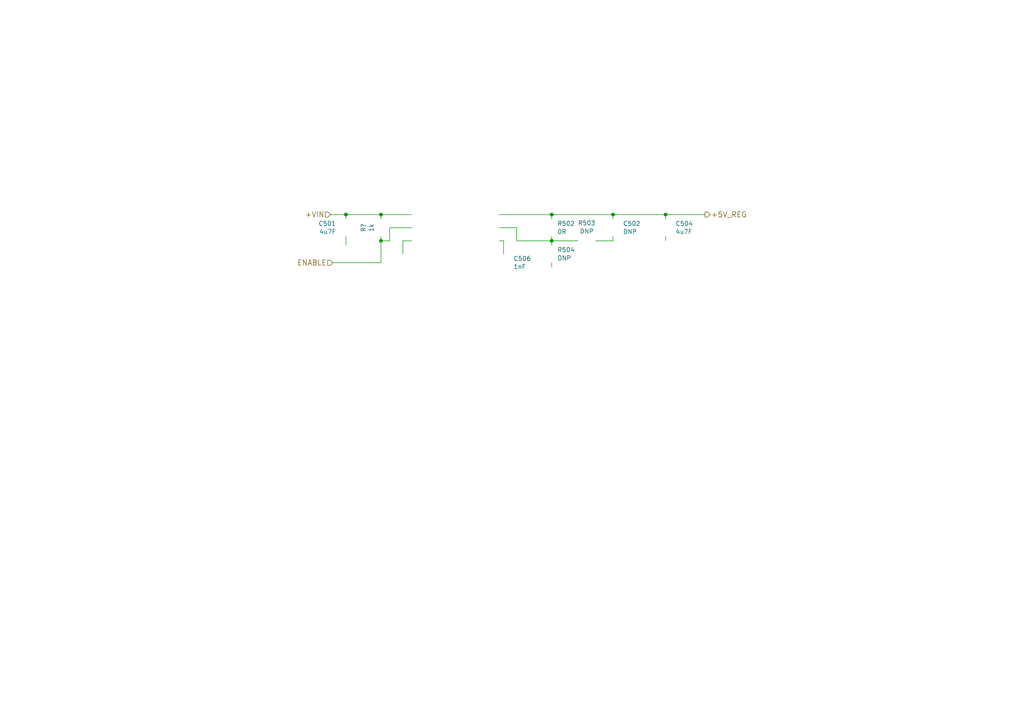
<source format=kicad_sch>
(kicad_sch
	(version 20250114)
	(generator "eeschema")
	(generator_version "9.0")
	(uuid "c3202859-b5af-44cb-9a92-98fc7698ea50")
	(paper "A4")
	(title_block
		(title "LZ 8 Channel Amplifier")
		(date "2017-09-10")
		(rev "5")
		(company "UC Davis / Seth Hillbrand")
	)
	(lib_symbols)
	(junction
		(at 177.8 62.23)
		(diameter 0)
		(color 0 0 0 0)
		(uuid "07c41a60-c98e-4600-9f16-04f11b5f1704")
	)
	(junction
		(at 160.02 62.23)
		(diameter 0)
		(color 0 0 0 0)
		(uuid "0f69916a-0a1a-44ee-88de-5ca149898910")
	)
	(junction
		(at 110.49 62.23)
		(diameter 0)
		(color 0 0 0 0)
		(uuid "222861a7-69c2-463e-b564-16e94b791955")
	)
	(junction
		(at 193.04 62.23)
		(diameter 0)
		(color 0 0 0 0)
		(uuid "31371dc8-4a94-4894-a0b9-e29d7106dff6")
	)
	(junction
		(at 110.49 69.85)
		(diameter 0)
		(color 0 0 0 0)
		(uuid "65b02076-4184-4f9f-9165-59d58f50afa2")
	)
	(junction
		(at 100.33 62.23)
		(diameter 0)
		(color 0 0 0 0)
		(uuid "7cf1bd14-8e16-4e4b-898c-c6595d19aca9")
	)
	(junction
		(at 160.02 69.85)
		(diameter 0)
		(color 0 0 0 0)
		(uuid "a0661fbf-1a7f-4d64-b0bd-ba41441e5be3")
	)
	(wire
		(pts
			(xy 177.8 62.23) (xy 193.04 62.23)
		)
		(stroke
			(width 0)
			(type default)
		)
		(uuid "09305340-001b-49de-a39c-058ab7476487")
	)
	(wire
		(pts
			(xy 149.86 69.85) (xy 149.86 66.04)
		)
		(stroke
			(width 0)
			(type default)
		)
		(uuid "094205bd-e357-4762-a6b2-345d90f1289f")
	)
	(wire
		(pts
			(xy 160.02 69.85) (xy 160.02 71.12)
		)
		(stroke
			(width 0)
			(type default)
		)
		(uuid "0a0582b9-069c-4002-a550-8548f9e72477")
	)
	(wire
		(pts
			(xy 95.885 62.23) (xy 100.33 62.23)
		)
		(stroke
			(width 0)
			(type default)
		)
		(uuid "0cf04697-6c24-4048-afbf-c43c00294cf1")
	)
	(wire
		(pts
			(xy 160.02 68.58) (xy 160.02 69.85)
		)
		(stroke
			(width 0)
			(type default)
		)
		(uuid "131f6e5d-d563-45ac-b0ec-79e7eb8cccf7")
	)
	(wire
		(pts
			(xy 110.49 62.23) (xy 119.38 62.23)
		)
		(stroke
			(width 0)
			(type default)
		)
		(uuid "1b21427c-f65d-4249-bc0d-b83e860331f5")
	)
	(wire
		(pts
			(xy 160.02 62.23) (xy 177.8 62.23)
		)
		(stroke
			(width 0)
			(type default)
		)
		(uuid "25c66e79-b63b-40eb-a38e-45af833cd9fa")
	)
	(wire
		(pts
			(xy 160.02 63.5) (xy 160.02 62.23)
		)
		(stroke
			(width 0)
			(type default)
		)
		(uuid "2ce09344-138d-4ef2-bcbf-2874814b469c")
	)
	(wire
		(pts
			(xy 149.86 69.85) (xy 160.02 69.85)
		)
		(stroke
			(width 0)
			(type default)
		)
		(uuid "31e2f44d-5282-4781-bb0f-506179c08c79")
	)
	(wire
		(pts
			(xy 110.49 76.2) (xy 96.52 76.2)
		)
		(stroke
			(width 0)
			(type default)
		)
		(uuid "33b5baea-c804-41c2-bc79-1caaeae34bfc")
	)
	(wire
		(pts
			(xy 144.78 62.23) (xy 160.02 62.23)
		)
		(stroke
			(width 0)
			(type default)
		)
		(uuid "33c965ba-77b3-419e-85a0-22ad4ab3d3fd")
	)
	(wire
		(pts
			(xy 160.02 77.47) (xy 160.02 76.2)
		)
		(stroke
			(width 0)
			(type default)
		)
		(uuid "3f7da336-37f5-4237-ac27-e1a24350b08b")
	)
	(wire
		(pts
			(xy 113.03 66.04) (xy 119.38 66.04)
		)
		(stroke
			(width 0)
			(type default)
		)
		(uuid "4c1f17fa-f7bf-4642-9d6f-84e914659173")
	)
	(wire
		(pts
			(xy 100.33 68.58) (xy 100.33 71.12)
		)
		(stroke
			(width 0)
			(type default)
		)
		(uuid "53a875bf-3243-457a-9e2d-4db8087030ab")
	)
	(wire
		(pts
			(xy 146.05 69.85) (xy 144.78 69.85)
		)
		(stroke
			(width 0)
			(type default)
		)
		(uuid "5d8beb8c-cee1-45bb-9592-753236fd5d50")
	)
	(wire
		(pts
			(xy 146.05 73.66) (xy 146.05 69.85)
		)
		(stroke
			(width 0)
			(type default)
		)
		(uuid "61e23895-02d8-4bbe-8a11-addc381d7218")
	)
	(wire
		(pts
			(xy 110.49 69.85) (xy 110.49 76.2)
		)
		(stroke
			(width 0)
			(type default)
		)
		(uuid "63d9c94a-067e-46e2-8ab9-dd19a1343949")
	)
	(wire
		(pts
			(xy 172.72 69.85) (xy 177.8 69.85)
		)
		(stroke
			(width 0)
			(type default)
		)
		(uuid "686e2bc9-9338-44f9-bba7-032c8c0d21ea")
	)
	(wire
		(pts
			(xy 160.02 69.85) (xy 167.64 69.85)
		)
		(stroke
			(width 0)
			(type default)
		)
		(uuid "68faa6a5-ded6-47b0-94a7-7b248b527ac0")
	)
	(wire
		(pts
			(xy 149.86 66.04) (xy 144.78 66.04)
		)
		(stroke
			(width 0)
			(type default)
		)
		(uuid "8312a75e-65ec-41be-8d63-6936479096b5")
	)
	(wire
		(pts
			(xy 113.03 69.85) (xy 113.03 66.04)
		)
		(stroke
			(width 0)
			(type default)
		)
		(uuid "9792cf19-1f33-47ab-9514-e722dc01a92f")
	)
	(wire
		(pts
			(xy 100.33 62.23) (xy 110.49 62.23)
		)
		(stroke
			(width 0)
			(type default)
		)
		(uuid "aba20893-241c-429d-91db-bcedeecdd4ef")
	)
	(wire
		(pts
			(xy 177.8 62.23) (xy 177.8 63.5)
		)
		(stroke
			(width 0)
			(type default)
		)
		(uuid "b58451b6-3c58-4899-8772-10180be73a74")
	)
	(wire
		(pts
			(xy 116.84 69.85) (xy 119.38 69.85)
		)
		(stroke
			(width 0)
			(type default)
		)
		(uuid "b87aaef7-7563-4401-83ce-f72f7dedaf4a")
	)
	(wire
		(pts
			(xy 110.49 68.58) (xy 110.49 69.85)
		)
		(stroke
			(width 0)
			(type default)
		)
		(uuid "bb9a2b0c-fd0c-487b-96ab-e9d01da36766")
	)
	(wire
		(pts
			(xy 100.33 63.5) (xy 100.33 62.23)
		)
		(stroke
			(width 0)
			(type default)
		)
		(uuid "c1b73290-6c46-4972-bfa9-fac3755e82b8")
	)
	(wire
		(pts
			(xy 193.04 68.58) (xy 193.04 69.85)
		)
		(stroke
			(width 0)
			(type default)
		)
		(uuid "d4c99e94-3bf4-4ab5-91b7-76e0c9273127")
	)
	(wire
		(pts
			(xy 110.49 69.85) (xy 113.03 69.85)
		)
		(stroke
			(width 0)
			(type default)
		)
		(uuid "e935bfde-d3a2-47a3-b904-0ad32eae3378")
	)
	(wire
		(pts
			(xy 193.04 63.5) (xy 193.04 62.23)
		)
		(stroke
			(width 0)
			(type default)
		)
		(uuid "f269cf57-9c14-4672-9509-04155a76ea49")
	)
	(wire
		(pts
			(xy 110.49 63.5) (xy 110.49 62.23)
		)
		(stroke
			(width 0)
			(type default)
		)
		(uuid "f5a0e661-bfff-4433-a97e-736c3f408fee")
	)
	(wire
		(pts
			(xy 193.04 62.23) (xy 204.47 62.23)
		)
		(stroke
			(width 0)
			(type default)
		)
		(uuid "f8e7bef2-c4fe-4e5e-b865-7ba3e47ac52c")
	)
	(wire
		(pts
			(xy 116.84 69.85) (xy 116.84 73.66)
		)
		(stroke
			(width 0)
			(type default)
		)
		(uuid "f91c3041-aa33-4914-b25e-6c5ce9cb26bc")
	)
	(wire
		(pts
			(xy 177.8 69.85) (xy 177.8 68.58)
		)
		(stroke
			(width 0)
			(type default)
		)
		(uuid "fabac07d-d492-4cca-8ad4-a00f90f9c3bf")
	)
	(hierarchical_label "+5V_REG"
		(shape output)
		(at 204.47 62.23 0)
		(effects
			(font
				(size 1.524 1.524)
			)
			(justify left)
		)
		(uuid "3a91c803-4880-4408-a9fa-f772c9f24dba")
	)
	(hierarchical_label "+VIN"
		(shape input)
		(at 95.885 62.23 180)
		(effects
			(font
				(size 1.524 1.524)
			)
			(justify right)
		)
		(uuid "87ca8d32-2ff3-4f68-ae06-7d9c2a6f9f47")
	)
	(hierarchical_label "ENABLE"
		(shape input)
		(at 96.52 76.2 180)
		(effects
			(font
				(size 1.524 1.524)
			)
			(justify right)
		)
		(uuid "a90fa00d-1b69-41ab-a2f3-d08c61ef5c48")
	)
	(symbol
		(lib_id "power1:(GND)")
		(at 116.84 73.66 0)
		(unit 1)
		(exclude_from_sim no)
		(in_bom yes)
		(on_board yes)
		(dnp no)
		(uuid "00000000-0000-0000-0000-0000578455a3")
		(property "Reference" "#PWR034"
			(at 116.84 73.66 0)
			(effects
				(font
					(size 0.762 0.762)
				)
				(hide yes)
			)
		)
		(property "Value" "(GND)"
			(at 116.84 73.66 0)
			(effects
				(font
					(size 0.762 0.762)
				)
				(hide yes)
			)
		)
		(property "Footprint" ""
			(at 116.84 73.66 0)
			(effects
				(font
					(size 1.524 1.524)
				)
			)
		)
		(property "Datasheet" ""
			(at 116.84 73.66 0)
			(effects
				(font
					(size 1.524 1.524)
				)
			)
		)
		(property "Description" ""
			(at 116.84 73.66 0)
			(effects
				(font
					(size 1.27 1.27)
				)
			)
		)
		(instances
			(project ""
				(path "/f89efb00-3378-4f88-9ec9-2a1aa21f73ef/00000000-0000-0000-0000-000057c01ceb/00000000-0000-0000-0000-000057c042d3"
					(reference "#PWR034")
					(unit 1)
				)
				(path "/f89efb00-3378-4f88-9ec9-2a1aa21f73ef/00000000-0000-0000-0000-000057e99ccf/00000000-0000-0000-0000-000057c042d3"
					(reference "#PWR074")
					(unit 1)
				)
				(path "/f89efb00-3378-4f88-9ec9-2a1aa21f73ef/00000000-0000-0000-0000-000057e9a2f9/00000000-0000-0000-0000-000057c042d3"
					(reference "#PWR0114")
					(unit 1)
				)
				(path "/f89efb00-3378-4f88-9ec9-2a1aa21f73ef/00000000-0000-0000-0000-000057e9a2ff/00000000-0000-0000-0000-000057c042d3"
					(reference "#PWR0154")
					(unit 1)
				)
				(path "/f89efb00-3378-4f88-9ec9-2a1aa21f73ef/00000000-0000-0000-0000-000057e9b5b0/00000000-0000-0000-0000-000057c042d3"
					(reference "#PWR0194")
					(unit 1)
				)
				(path "/f89efb00-3378-4f88-9ec9-2a1aa21f73ef/00000000-0000-0000-0000-000057e9b5b6/00000000-0000-0000-0000-000057c042d3"
					(reference "#PWR0234")
					(unit 1)
				)
				(path "/f89efb00-3378-4f88-9ec9-2a1aa21f73ef/00000000-0000-0000-0000-000057e9b5bc/00000000-0000-0000-0000-000057c042d3"
					(reference "#PWR0274")
					(unit 1)
				)
				(path "/f89efb00-3378-4f88-9ec9-2a1aa21f73ef/00000000-0000-0000-0000-000057e9b5c2/00000000-0000-0000-0000-000057c042d3"
					(reference "#PWR0314")
					(unit 1)
				)
			)
		)
	)
	(symbol
		(lib_id "power1:VGND")
		(at 100.33 71.12 0)
		(unit 1)
		(exclude_from_sim no)
		(in_bom yes)
		(on_board yes)
		(dnp no)
		(uuid "00000000-0000-0000-0000-000057b3e573")
		(property "Reference" "#PWR035"
			(at 100.33 71.12 0)
			(effects
				(font
					(size 0.762 0.762)
				)
				(hide yes)
			)
		)
		(property "Value" "VGND"
			(at 100.33 71.12 0)
			(effects
				(font
					(size 0.762 0.762)
				)
				(hide yes)
			)
		)
		(property "Footprint" ""
			(at 100.33 71.12 0)
			(effects
				(font
					(size 1.524 1.524)
				)
			)
		)
		(property "Datasheet" ""
			(at 100.33 71.12 0)
			(effects
				(font
					(size 1.524 1.524)
				)
			)
		)
		(property "Description" ""
			(at 100.33 71.12 0)
			(effects
				(font
					(size 1.27 1.27)
				)
			)
		)
		(instances
			(project ""
				(path "/f89efb00-3378-4f88-9ec9-2a1aa21f73ef/00000000-0000-0000-0000-000057c01ceb/00000000-0000-0000-0000-000057c042d3"
					(reference "#PWR035")
					(unit 1)
				)
				(path "/f89efb00-3378-4f88-9ec9-2a1aa21f73ef/00000000-0000-0000-0000-000057e99ccf/00000000-0000-0000-0000-000057c042d3"
					(reference "#PWR075")
					(unit 1)
				)
				(path "/f89efb00-3378-4f88-9ec9-2a1aa21f73ef/00000000-0000-0000-0000-000057e9a2f9/00000000-0000-0000-0000-000057c042d3"
					(reference "#PWR0115")
					(unit 1)
				)
				(path "/f89efb00-3378-4f88-9ec9-2a1aa21f73ef/00000000-0000-0000-0000-000057e9a2ff/00000000-0000-0000-0000-000057c042d3"
					(reference "#PWR0155")
					(unit 1)
				)
				(path "/f89efb00-3378-4f88-9ec9-2a1aa21f73ef/00000000-0000-0000-0000-000057e9b5b0/00000000-0000-0000-0000-000057c042d3"
					(reference "#PWR0195")
					(unit 1)
				)
				(path "/f89efb00-3378-4f88-9ec9-2a1aa21f73ef/00000000-0000-0000-0000-000057e9b5b6/00000000-0000-0000-0000-000057c042d3"
					(reference "#PWR0235")
					(unit 1)
				)
				(path "/f89efb00-3378-4f88-9ec9-2a1aa21f73ef/00000000-0000-0000-0000-000057e9b5bc/00000000-0000-0000-0000-000057c042d3"
					(reference "#PWR0275")
					(unit 1)
				)
				(path "/f89efb00-3378-4f88-9ec9-2a1aa21f73ef/00000000-0000-0000-0000-000057e9b5c2/00000000-0000-0000-0000-000057c042d3"
					(reference "#PWR0315")
					(unit 1)
				)
			)
		)
	)
	(symbol
		(lib_id "_passive:C")
		(at 100.33 66.04 0)
		(mirror y)
		(unit 1)
		(exclude_from_sim no)
		(in_bom yes)
		(on_board yes)
		(dnp no)
		(uuid "00000000-0000-0000-0000-000057f3a660")
		(property "Reference" "C501"
			(at 97.4598 64.8462 0)
			(effects
				(font
					(size 1.27 1.27)
				)
				(justify left)
			)
		)
		(property "Value" "4u7F"
			(at 97.4598 67.2084 0)
			(effects
				(font
					(size 1.27 1.27)
				)
				(justify left)
			)
		)
		(property "Footprint" "Capacitors_SMD:C_1206"
			(at 100.584 66.675 0)
			(effects
				(font
					(size 1.524 1.524)
				)
				(hide yes)
			)
		)
		(property "Datasheet" "https://product.tdk.com/info/en/catalog/datasheets/mlcc_commercial_general_en.pdf"
			(at 100.584 66.675 0)
			(effects
				(font
					(size 1.524 1.524)
				)
				(hide yes)
			)
		)
		(property "Description" ""
			(at 100.33 66.04 0)
			(effects
				(font
					(size 1.27 1.27)
				)
			)
		)
		(property "mpn" "C3225X7R1E106K250AC"
			(at 100.33 66.04 0)
			(effects
				(font
					(size 1.524 1.524)
				)
				(hide yes)
			)
		)
		(property "digikey#" "445-1606-1-ND"
			(at 100.33 66.04 0)
			(effects
				(font
					(size 1.524 1.524)
				)
				(hide yes)
			)
		)
		(instances
			(project ""
				(path "/f89efb00-3378-4f88-9ec9-2a1aa21f73ef/00000000-0000-0000-0000-000057c01ceb/00000000-0000-0000-0000-000057c042d3"
					(reference "C501")
					(unit 1)
				)
				(path "/f89efb00-3378-4f88-9ec9-2a1aa21f73ef/00000000-0000-0000-0000-000057e99ccf/00000000-0000-0000-0000-000057c042d3"
					(reference "C1001")
					(unit 1)
				)
				(path "/f89efb00-3378-4f88-9ec9-2a1aa21f73ef/00000000-0000-0000-0000-000057e9a2f9/00000000-0000-0000-0000-000057c042d3"
					(reference "C1501")
					(unit 1)
				)
				(path "/f89efb00-3378-4f88-9ec9-2a1aa21f73ef/00000000-0000-0000-0000-000057e9a2ff/00000000-0000-0000-0000-000057c042d3"
					(reference "C2001")
					(unit 1)
				)
				(path "/f89efb00-3378-4f88-9ec9-2a1aa21f73ef/00000000-0000-0000-0000-000057e9b5b0/00000000-0000-0000-0000-000057c042d3"
					(reference "C2501")
					(unit 1)
				)
				(path "/f89efb00-3378-4f88-9ec9-2a1aa21f73ef/00000000-0000-0000-0000-000057e9b5b6/00000000-0000-0000-0000-000057c042d3"
					(reference "C3001")
					(unit 1)
				)
				(path "/f89efb00-3378-4f88-9ec9-2a1aa21f73ef/00000000-0000-0000-0000-000057e9b5bc/00000000-0000-0000-0000-000057c042d3"
					(reference "C3501")
					(unit 1)
				)
				(path "/f89efb00-3378-4f88-9ec9-2a1aa21f73ef/00000000-0000-0000-0000-000057e9b5c2/00000000-0000-0000-0000-000057c042d3"
					(reference "C4001")
					(unit 1)
				)
			)
		)
	)
	(symbol
		(lib_id "power1:VGND")
		(at 193.04 69.85 0)
		(unit 1)
		(exclude_from_sim no)
		(in_bom yes)
		(on_board yes)
		(dnp no)
		(uuid "00000000-0000-0000-0000-000057f443a2")
		(property "Reference" "#PWR036"
			(at 193.04 69.85 0)
			(effects
				(font
					(size 0.762 0.762)
				)
				(hide yes)
			)
		)
		(property "Value" "VGND"
			(at 193.04 69.85 0)
			(effects
				(font
					(size 0.762 0.762)
				)
				(hide yes)
			)
		)
		(property "Footprint" ""
			(at 193.04 69.85 0)
			(effects
				(font
					(size 1.524 1.524)
				)
			)
		)
		(property "Datasheet" ""
			(at 193.04 69.85 0)
			(effects
				(font
					(size 1.524 1.524)
				)
			)
		)
		(property "Description" ""
			(at 193.04 69.85 0)
			(effects
				(font
					(size 1.27 1.27)
				)
			)
		)
		(instances
			(project ""
				(path "/f89efb00-3378-4f88-9ec9-2a1aa21f73ef/00000000-0000-0000-0000-000057c01ceb/00000000-0000-0000-0000-000057c02f90"
					(reference "#PWR?")
					(unit 1)
				)
				(path "/f89efb00-3378-4f88-9ec9-2a1aa21f73ef/00000000-0000-0000-0000-000057c01ceb/00000000-0000-0000-0000-000057c042d3"
					(reference "#PWR036")
					(unit 1)
				)
				(path "/f89efb00-3378-4f88-9ec9-2a1aa21f73ef/00000000-0000-0000-0000-000057e99ccf/00000000-0000-0000-0000-000057c02f90"
					(reference "#PWR?")
					(unit 1)
				)
				(path "/f89efb00-3378-4f88-9ec9-2a1aa21f73ef/00000000-0000-0000-0000-000057e99ccf/00000000-0000-0000-0000-000057c042d3"
					(reference "#PWR076")
					(unit 1)
				)
				(path "/f89efb00-3378-4f88-9ec9-2a1aa21f73ef/00000000-0000-0000-0000-000057e9a2f9/00000000-0000-0000-0000-000057c02f90"
					(reference "#PWR?")
					(unit 1)
				)
				(path "/f89efb00-3378-4f88-9ec9-2a1aa21f73ef/00000000-0000-0000-0000-000057e9a2f9/00000000-0000-0000-0000-000057c042d3"
					(reference "#PWR0116")
					(unit 1)
				)
				(path "/f89efb00-3378-4f88-9ec9-2a1aa21f73ef/00000000-0000-0000-0000-000057e9a2ff/00000000-0000-0000-0000-000057c02f90"
					(reference "#PWR?")
					(unit 1)
				)
				(path "/f89efb00-3378-4f88-9ec9-2a1aa21f73ef/00000000-0000-0000-0000-000057e9a2ff/00000000-0000-0000-0000-000057c042d3"
					(reference "#PWR0156")
					(unit 1)
				)
				(path "/f89efb00-3378-4f88-9ec9-2a1aa21f73ef/00000000-0000-0000-0000-000057e9b5b0/00000000-0000-0000-0000-000057c02f90"
					(reference "#PWR?")
					(unit 1)
				)
				(path "/f89efb00-3378-4f88-9ec9-2a1aa21f73ef/00000000-0000-0000-0000-000057e9b5b0/00000000-0000-0000-0000-000057c042d3"
					(reference "#PWR0196")
					(unit 1)
				)
				(path "/f89efb00-3378-4f88-9ec9-2a1aa21f73ef/00000000-0000-0000-0000-000057e9b5b6/00000000-0000-0000-0000-000057c02f90"
					(reference "#PWR?")
					(unit 1)
				)
				(path "/f89efb00-3378-4f88-9ec9-2a1aa21f73ef/00000000-0000-0000-0000-000057e9b5b6/00000000-0000-0000-0000-000057c042d3"
					(reference "#PWR0236")
					(unit 1)
				)
				(path "/f89efb00-3378-4f88-9ec9-2a1aa21f73ef/00000000-0000-0000-0000-000057e9b5bc/00000000-0000-0000-0000-000057c02f90"
					(reference "#PWR?")
					(unit 1)
				)
				(path "/f89efb00-3378-4f88-9ec9-2a1aa21f73ef/00000000-0000-0000-0000-000057e9b5bc/00000000-0000-0000-0000-000057c042d3"
					(reference "#PWR0276")
					(unit 1)
				)
				(path "/f89efb00-3378-4f88-9ec9-2a1aa21f73ef/00000000-0000-0000-0000-000057e9b5c2/00000000-0000-0000-0000-000057c02f90"
					(reference "#PWR?")
					(unit 1)
				)
				(path "/f89efb00-3378-4f88-9ec9-2a1aa21f73ef/00000000-0000-0000-0000-000057e9b5c2/00000000-0000-0000-0000-000057c042d3"
					(reference "#PWR0316")
					(unit 1)
				)
			)
		)
	)
	(symbol
		(lib_id "_passive:C")
		(at 193.04 66.04 0)
		(unit 1)
		(exclude_from_sim no)
		(in_bom yes)
		(on_board yes)
		(dnp no)
		(uuid "00000000-0000-0000-0000-000057f443b5")
		(property "Reference" "C504"
			(at 195.9102 64.8462 0)
			(effects
				(font
					(size 1.27 1.27)
				)
				(justify left)
			)
		)
		(property "Value" "4u7F"
			(at 195.9102 67.2084 0)
			(effects
				(font
					(size 1.27 1.27)
				)
				(justify left)
			)
		)
		(property "Footprint" "Capacitors_SMD:C_1206"
			(at 192.786 66.675 0)
			(effects
				(font
					(size 1.524 1.524)
				)
				(hide yes)
			)
		)
		(property "Datasheet" "https://product.tdk.com/info/en/catalog/datasheets/mlcc_commercial_general_en.pdf"
			(at 192.786 66.675 0)
			(effects
				(font
					(size 1.524 1.524)
				)
				(hide yes)
			)
		)
		(property "Description" ""
			(at 193.04 66.04 0)
			(effects
				(font
					(size 1.27 1.27)
				)
			)
		)
		(property "mpn" "C3225X7R1E106K250AC"
			(at 193.04 66.04 0)
			(effects
				(font
					(size 1.524 1.524)
				)
				(hide yes)
			)
		)
		(property "digikey#" "445-1606-1-ND"
			(at 193.04 66.04 0)
			(effects
				(font
					(size 1.524 1.524)
				)
				(hide yes)
			)
		)
		(instances
			(project ""
				(path "/f89efb00-3378-4f88-9ec9-2a1aa21f73ef/00000000-0000-0000-0000-000057c01ceb/00000000-0000-0000-0000-000057c042d3"
					(reference "C504")
					(unit 1)
				)
				(path "/f89efb00-3378-4f88-9ec9-2a1aa21f73ef/00000000-0000-0000-0000-000057e99ccf/00000000-0000-0000-0000-000057c042d3"
					(reference "C1004")
					(unit 1)
				)
				(path "/f89efb00-3378-4f88-9ec9-2a1aa21f73ef/00000000-0000-0000-0000-000057e9a2f9/00000000-0000-0000-0000-000057c042d3"
					(reference "C1504")
					(unit 1)
				)
				(path "/f89efb00-3378-4f88-9ec9-2a1aa21f73ef/00000000-0000-0000-0000-000057e9a2ff/00000000-0000-0000-0000-000057c042d3"
					(reference "C2004")
					(unit 1)
				)
				(path "/f89efb00-3378-4f88-9ec9-2a1aa21f73ef/00000000-0000-0000-0000-000057e9b5b0/00000000-0000-0000-0000-000057c042d3"
					(reference "C2504")
					(unit 1)
				)
				(path "/f89efb00-3378-4f88-9ec9-2a1aa21f73ef/00000000-0000-0000-0000-000057e9b5b6/00000000-0000-0000-0000-000057c042d3"
					(reference "C3004")
					(unit 1)
				)
				(path "/f89efb00-3378-4f88-9ec9-2a1aa21f73ef/00000000-0000-0000-0000-000057e9b5bc/00000000-0000-0000-0000-000057c042d3"
					(reference "C3504")
					(unit 1)
				)
				(path "/f89efb00-3378-4f88-9ec9-2a1aa21f73ef/00000000-0000-0000-0000-000057e9b5c2/00000000-0000-0000-0000-000057c042d3"
					(reference "C4004")
					(unit 1)
				)
			)
		)
	)
	(symbol
		(lib_id "power1:(GND)")
		(at 146.05 78.74 0)
		(unit 1)
		(exclude_from_sim no)
		(in_bom yes)
		(on_board yes)
		(dnp no)
		(uuid "00000000-0000-0000-0000-000057f7ebd7")
		(property "Reference" "#PWR037"
			(at 146.05 78.74 0)
			(effects
				(font
					(size 0.762 0.762)
				)
				(hide yes)
			)
		)
		(property "Value" "(GND)"
			(at 146.05 78.74 0)
			(effects
				(font
					(size 0.762 0.762)
				)
				(hide yes)
			)
		)
		(property "Footprint" ""
			(at 146.05 78.74 0)
			(effects
				(font
					(size 1.524 1.524)
				)
			)
		)
		(property "Datasheet" ""
			(at 146.05 78.74 0)
			(effects
				(font
					(size 1.524 1.524)
				)
			)
		)
		(property "Description" ""
			(at 146.05 78.74 0)
			(effects
				(font
					(size 1.27 1.27)
				)
			)
		)
		(instances
			(project ""
				(path "/f89efb00-3378-4f88-9ec9-2a1aa21f73ef/00000000-0000-0000-0000-000057c01ceb/00000000-0000-0000-0000-000057c042d3"
					(reference "#PWR037")
					(unit 1)
				)
				(path "/f89efb00-3378-4f88-9ec9-2a1aa21f73ef/00000000-0000-0000-0000-000057e99ccf/00000000-0000-0000-0000-000057c042d3"
					(reference "#PWR077")
					(unit 1)
				)
				(path "/f89efb00-3378-4f88-9ec9-2a1aa21f73ef/00000000-0000-0000-0000-000057e9a2f9/00000000-0000-0000-0000-000057c042d3"
					(reference "#PWR0117")
					(unit 1)
				)
				(path "/f89efb00-3378-4f88-9ec9-2a1aa21f73ef/00000000-0000-0000-0000-000057e9a2ff/00000000-0000-0000-0000-000057c042d3"
					(reference "#PWR0157")
					(unit 1)
				)
				(path "/f89efb00-3378-4f88-9ec9-2a1aa21f73ef/00000000-0000-0000-0000-000057e9b5b0/00000000-0000-0000-0000-000057c042d3"
					(reference "#PWR0197")
					(unit 1)
				)
				(path "/f89efb00-3378-4f88-9ec9-2a1aa21f73ef/00000000-0000-0000-0000-000057e9b5b6/00000000-0000-0000-0000-000057c042d3"
					(reference "#PWR0237")
					(unit 1)
				)
				(path "/f89efb00-3378-4f88-9ec9-2a1aa21f73ef/00000000-0000-0000-0000-000057e9b5bc/00000000-0000-0000-0000-000057c042d3"
					(reference "#PWR0277")
					(unit 1)
				)
				(path "/f89efb00-3378-4f88-9ec9-2a1aa21f73ef/00000000-0000-0000-0000-000057e9b5c2/00000000-0000-0000-0000-000057c042d3"
					(reference "#PWR0317")
					(unit 1)
				)
			)
		)
	)
	(symbol
		(lib_id "_passive:C")
		(at 146.05 76.2 0)
		(unit 1)
		(exclude_from_sim no)
		(in_bom yes)
		(on_board yes)
		(dnp no)
		(uuid "00000000-0000-0000-0000-000057f7ebdf")
		(property "Reference" "C506"
			(at 148.9202 75.0062 0)
			(effects
				(font
					(size 1.27 1.27)
				)
				(justify left)
			)
		)
		(property "Value" "1nF"
			(at 148.9202 77.3684 0)
			(effects
				(font
					(size 1.27 1.27)
				)
				(justify left)
			)
		)
		(property "Footprint" "Capacitors_SMD:C_0603"
			(at 145.796 76.835 0)
			(effects
				(font
					(size 1.524 1.524)
				)
				(hide yes)
			)
		)
		(property "Datasheet" "http://www.farnell.com/datasheets/2121935.pdf"
			(at 145.796 76.835 0)
			(effects
				(font
					(size 1.524 1.524)
				)
				(hide yes)
			)
		)
		(property "Description" ""
			(at 146.05 76.2 0)
			(effects
				(font
					(size 1.27 1.27)
				)
			)
		)
		(property "mpn" "C0603C102K3GACTU"
			(at 146.05 76.2 0)
			(effects
				(font
					(size 1.524 1.524)
				)
				(hide yes)
			)
		)
		(property "newark#" "64K2834"
			(at 146.05 76.2 0)
			(effects
				(font
					(size 1.524 1.524)
				)
				(hide yes)
			)
		)
		(property "digikey#" "399-7833-1-ND"
			(at 0 156.21 0)
			(effects
				(font
					(size 1.524 1.524)
				)
				(hide yes)
			)
		)
		(instances
			(project ""
				(path "/f89efb00-3378-4f88-9ec9-2a1aa21f73ef/00000000-0000-0000-0000-000057c01ceb/00000000-0000-0000-0000-000057c042d3"
					(reference "C506")
					(unit 1)
				)
				(path "/f89efb00-3378-4f88-9ec9-2a1aa21f73ef/00000000-0000-0000-0000-000057e99ccf/00000000-0000-0000-0000-000057c042d3"
					(reference "C1006")
					(unit 1)
				)
				(path "/f89efb00-3378-4f88-9ec9-2a1aa21f73ef/00000000-0000-0000-0000-000057e9a2f9/00000000-0000-0000-0000-000057c042d3"
					(reference "C1506")
					(unit 1)
				)
				(path "/f89efb00-3378-4f88-9ec9-2a1aa21f73ef/00000000-0000-0000-0000-000057e9a2ff/00000000-0000-0000-0000-000057c042d3"
					(reference "C2006")
					(unit 1)
				)
				(path "/f89efb00-3378-4f88-9ec9-2a1aa21f73ef/00000000-0000-0000-0000-000057e9b5b0/00000000-0000-0000-0000-000057c042d3"
					(reference "C2506")
					(unit 1)
				)
				(path "/f89efb00-3378-4f88-9ec9-2a1aa21f73ef/00000000-0000-0000-0000-000057e9b5b6/00000000-0000-0000-0000-000057c042d3"
					(reference "C3006")
					(unit 1)
				)
				(path "/f89efb00-3378-4f88-9ec9-2a1aa21f73ef/00000000-0000-0000-0000-000057e9b5bc/00000000-0000-0000-0000-000057c042d3"
					(reference "C3506")
					(unit 1)
				)
				(path "/f89efb00-3378-4f88-9ec9-2a1aa21f73ef/00000000-0000-0000-0000-000057e9b5c2/00000000-0000-0000-0000-000057c042d3"
					(reference "C4006")
					(unit 1)
				)
			)
		)
	)
	(symbol
		(lib_id "pasv-res:R-0402")
		(at 110.49 66.04 0)
		(mirror x)
		(unit 1)
		(exclude_from_sim no)
		(in_bom yes)
		(on_board yes)
		(dnp no)
		(uuid "00000000-0000-0000-0000-0000580cc6d5")
		(property "Reference" "R501"
			(at 105.41 66.04 90)
			(effects
				(font
					(size 1.27 1.27)
				)
			)
		)
		(property "Value" "1k"
			(at 107.7214 66.04 90)
			(effects
				(font
					(size 1.27 1.27)
				)
			)
		)
		(property "Footprint" "Resistors_SMD:R_0603"
			(at 110.49 66.04 0)
			(effects
				(font
					(size 1.27 1.27)
				)
				(hide yes)
			)
		)
		(property "Datasheet" "http://www.te.com/commerce/DocumentDelivery/DDEController?Action=srchrtrv&DocNm=1773200&DocType=DS&DocLang=English"
			(at 110.49 67.31 0)
			(effects
				(font
					(size 1.524 1.524)
				)
				(hide yes)
			)
		)
		(property "Description" ""
			(at 110.49 66.04 0)
			(effects
				(font
					(size 1.27 1.27)
				)
			)
		)
		(property "mpn" "CPF0603F1K0C1"
			(at 129.54 80.01 0)
			(effects
				(font
					(size 1.524 1.524)
				)
				(hide yes)
			)
		)
		(property "newark#" "51R8602"
			(at 110.49 66.04 0)
			(effects
				(font
					(size 1.524 1.524)
				)
				(hide yes)
			)
		)
		(property "digikey#" "A102226CT-ND"
			(at -3.81 0 0)
			(effects
				(font
					(size 1.524 1.524)
				)
				(hide yes)
			)
		)
		(instances
			(project ""
				(path "/f89efb00-3378-4f88-9ec9-2a1aa21f73ef/00000000-0000-0000-0000-000057c01ceb/00000000-0000-0000-0000-000057c02f7e"
					(reference "R?")
					(unit 1)
				)
				(path "/f89efb00-3378-4f88-9ec9-2a1aa21f73ef/00000000-0000-0000-0000-000057c01ceb/00000000-0000-0000-0000-000057c02f90"
					(reference "R?")
					(unit 1)
				)
				(path "/f89efb00-3378-4f88-9ec9-2a1aa21f73ef/00000000-0000-0000-0000-000057c01ceb/00000000-0000-0000-0000-000057c042d3"
					(reference "R501")
					(unit 1)
				)
				(path "/f89efb00-3378-4f88-9ec9-2a1aa21f73ef/00000000-0000-0000-0000-000057e99ccf/00000000-0000-0000-0000-000057c02f7e"
					(reference "R?")
					(unit 1)
				)
				(path "/f89efb00-3378-4f88-9ec9-2a1aa21f73ef/00000000-0000-0000-0000-000057e99ccf/00000000-0000-0000-0000-000057c02f90"
					(reference "R?")
					(unit 1)
				)
				(path "/f89efb00-3378-4f88-9ec9-2a1aa21f73ef/00000000-0000-0000-0000-000057e99ccf/00000000-0000-0000-0000-000057c042d3"
					(reference "R1001")
					(unit 1)
				)
				(path "/f89efb00-3378-4f88-9ec9-2a1aa21f73ef/00000000-0000-0000-0000-000057e9a2f9/00000000-0000-0000-0000-000057c02f7e"
					(reference "R?")
					(unit 1)
				)
				(path "/f89efb00-3378-4f88-9ec9-2a1aa21f73ef/00000000-0000-0000-0000-000057e9a2f9/00000000-0000-0000-0000-000057c02f90"
					(reference "R?")
					(unit 1)
				)
				(path "/f89efb00-3378-4f88-9ec9-2a1aa21f73ef/00000000-0000-0000-0000-000057e9a2f9/00000000-0000-0000-0000-000057c042d3"
					(reference "R1501")
					(unit 1)
				)
				(path "/f89efb00-3378-4f88-9ec9-2a1aa21f73ef/00000000-0000-0000-0000-000057e9a2ff/00000000-0000-0000-0000-000057c02f7e"
					(reference "R?")
					(unit 1)
				)
				(path "/f89efb00-3378-4f88-9ec9-2a1aa21f73ef/00000000-0000-0000-0000-000057e9a2ff/00000000-0000-0000-0000-000057c02f90"
					(reference "R?")
					(unit 1)
				)
				(path "/f89efb00-3378-4f88-9ec9-2a1aa21f73ef/00000000-0000-0000-0000-000057e9a2ff/00000000-0000-0000-0000-000057c042d3"
					(reference "R2001")
					(unit 1)
				)
				(path "/f89efb00-3378-4f88-9ec9-2a1aa21f73ef/00000000-0000-0000-0000-000057e9b5b0/00000000-0000-0000-0000-000057c02f7e"
					(reference "R?")
					(unit 1)
				)
				(path "/f89efb00-3378-4f88-9ec9-2a1aa21f73ef/00000000-0000-0000-0000-000057e9b5b0/00000000-0000-0000-0000-000057c02f90"
					(reference "R?")
					(unit 1)
				)
				(path "/f89efb00-3378-4f88-9ec9-2a1aa21f73ef/00000000-0000-0000-0000-000057e9b5b0/00000000-0000-0000-0000-000057c042d3"
					(reference "R3836")
					(unit 1)
				)
				(path "/f89efb00-3378-4f88-9ec9-2a1aa21f73ef/00000000-0000-0000-0000-000057e9b5b6/00000000-0000-0000-0000-000057c02f7e"
					(reference "R?")
					(unit 1)
				)
				(path "/f89efb00-3378-4f88-9ec9-2a1aa21f73ef/00000000-0000-0000-0000-000057e9b5b6/00000000-0000-0000-0000-000057c02f90"
					(reference "R?")
					(unit 1)
				)
				(path "/f89efb00-3378-4f88-9ec9-2a1aa21f73ef/00000000-0000-0000-0000-000057e9b5b6/00000000-0000-0000-0000-000057c042d3"
					(reference "R3001")
					(unit 1)
				)
				(path "/f89efb00-3378-4f88-9ec9-2a1aa21f73ef/00000000-0000-0000-0000-000057e9b5bc/00000000-0000-0000-0000-000057c02f7e"
					(reference "R?")
					(unit 1)
				)
				(path "/f89efb00-3378-4f88-9ec9-2a1aa21f73ef/00000000-0000-0000-0000-000057e9b5bc/00000000-0000-0000-0000-000057c02f90"
					(reference "R?")
					(unit 1)
				)
				(path "/f89efb00-3378-4f88-9ec9-2a1aa21f73ef/00000000-0000-0000-0000-000057e9b5bc/00000000-0000-0000-0000-000057c042d3"
					(reference "R3501")
					(unit 1)
				)
				(path "/f89efb00-3378-4f88-9ec9-2a1aa21f73ef/00000000-0000-0000-0000-000057e9b5c2/00000000-0000-0000-0000-000057c02f7e"
					(reference "R?")
					(unit 1)
				)
				(path "/f89efb00-3378-4f88-9ec9-2a1aa21f73ef/00000000-0000-0000-0000-000057e9b5c2/00000000-0000-0000-0000-000057c02f90"
					(reference "R?")
					(unit 1)
				)
				(path "/f89efb00-3378-4f88-9ec9-2a1aa21f73ef/00000000-0000-0000-0000-000057e9b5c2/00000000-0000-0000-0000-000057c042d3"
					(reference "R4001")
					(unit 1)
				)
			)
		)
	)
	(symbol
		(lib_id "AnalogDevices:ADP7118ACP")
		(at 132.08 66.04 0)
		(unit 1)
		(exclude_from_sim no)
		(in_bom yes)
		(on_board yes)
		(dnp no)
		(uuid "00000000-0000-0000-0000-0000599dcb1f")
		(property "Reference" "U501"
			(at 132.08 55.753 0)
			(effects
				(font
					(size 1.524 1.524)
				)
			)
		)
		(property "Value" "ADP7118ACP"
			(at 132.08 58.547 0)
			(effects
				(font
					(size 1.524 1.524)
				)
			)
		)
		(property "Footprint" "Housings_DFN_QFN:DFN-6-1EP_2x2mm_Pitch0.65mm"
			(at 132.08 73.66 0)
			(effects
				(font
					(size 1.524 1.524)
				)
				(hide yes)
			)
		)
		(property "Datasheet" "http://www.analog.com/media/en/technical-documentation/data-sheets/ADP7118.pdf"
			(at 132.08 73.66 0)
			(effects
				(font
					(size 1.524 1.524)
				)
				(hide yes)
			)
		)
		(property "Description" ""
			(at 132.08 66.04 0)
			(effects
				(font
					(size 1.27 1.27)
				)
			)
		)
		(property "mpn" "ADP7118ACPZN5.0-R7"
			(at 132.08 66.04 0)
			(effects
				(font
					(size 1.524 1.524)
				)
				(hide yes)
			)
		)
		(property "digikey#" "ADP7118ACPZN5.0-R7CT-ND"
			(at 132.08 66.04 0)
			(effects
				(font
					(size 1.524 1.524)
				)
				(hide yes)
			)
		)
		(instances
			(project ""
				(path "/f89efb00-3378-4f88-9ec9-2a1aa21f73ef/00000000-0000-0000-0000-000057c01ceb/00000000-0000-0000-0000-000057c042d3"
					(reference "U501")
					(unit 1)
				)
				(path "/f89efb00-3378-4f88-9ec9-2a1aa21f73ef/00000000-0000-0000-0000-000057e99ccf/00000000-0000-0000-0000-000057c042d3"
					(reference "U1001")
					(unit 1)
				)
				(path "/f89efb00-3378-4f88-9ec9-2a1aa21f73ef/00000000-0000-0000-0000-000057e9a2f9/00000000-0000-0000-0000-000057c042d3"
					(reference "U1501")
					(unit 1)
				)
				(path "/f89efb00-3378-4f88-9ec9-2a1aa21f73ef/00000000-0000-0000-0000-000057e9a2ff/00000000-0000-0000-0000-000057c042d3"
					(reference "U2001")
					(unit 1)
				)
				(path "/f89efb00-3378-4f88-9ec9-2a1aa21f73ef/00000000-0000-0000-0000-000057e9b5b0/00000000-0000-0000-0000-000057c042d3"
					(reference "U2501")
					(unit 1)
				)
				(path "/f89efb00-3378-4f88-9ec9-2a1aa21f73ef/00000000-0000-0000-0000-000057e9b5b6/00000000-0000-0000-0000-000057c042d3"
					(reference "U3001")
					(unit 1)
				)
				(path "/f89efb00-3378-4f88-9ec9-2a1aa21f73ef/00000000-0000-0000-0000-000057e9b5bc/00000000-0000-0000-0000-000057c042d3"
					(reference "U3501")
					(unit 1)
				)
				(path "/f89efb00-3378-4f88-9ec9-2a1aa21f73ef/00000000-0000-0000-0000-000057e9b5c2/00000000-0000-0000-0000-000057c042d3"
					(reference "U4001")
					(unit 1)
				)
			)
		)
	)
	(symbol
		(lib_id "_passive:R")
		(at 160.02 73.66 0)
		(unit 1)
		(exclude_from_sim no)
		(in_bom yes)
		(on_board yes)
		(dnp no)
		(uuid "00000000-0000-0000-0000-0000599dfb8e")
		(property "Reference" "R504"
			(at 161.6202 72.4662 0)
			(effects
				(font
					(size 1.27 1.27)
				)
				(justify left)
			)
		)
		(property "Value" "DNP"
			(at 161.6202 74.8284 0)
			(effects
				(font
					(size 1.27 1.27)
				)
				(justify left)
			)
		)
		(property "Footprint" "Resistors_SMD:R_0603"
			(at 161.6202 74.6252 0)
			(effects
				(font
					(size 1.524 1.524)
				)
				(justify left)
				(hide yes)
			)
		)
		(property "Datasheet" ""
			(at 161.6202 77.4192 0)
			(effects
				(font
					(size 1.524 1.524)
				)
				(justify left)
				(hide yes)
			)
		)
		(property "Description" ""
			(at 160.02 73.66 0)
			(effects
				(font
					(size 1.27 1.27)
				)
			)
		)
		(instances
			(project ""
				(path "/f89efb00-3378-4f88-9ec9-2a1aa21f73ef/00000000-0000-0000-0000-000057c01ceb/00000000-0000-0000-0000-000057c042d3"
					(reference "R504")
					(unit 1)
				)
				(path "/f89efb00-3378-4f88-9ec9-2a1aa21f73ef/00000000-0000-0000-0000-000057e99ccf/00000000-0000-0000-0000-000057c042d3"
					(reference "R1004")
					(unit 1)
				)
				(path "/f89efb00-3378-4f88-9ec9-2a1aa21f73ef/00000000-0000-0000-0000-000057e9a2f9/00000000-0000-0000-0000-000057c042d3"
					(reference "R1504")
					(unit 1)
				)
				(path "/f89efb00-3378-4f88-9ec9-2a1aa21f73ef/00000000-0000-0000-0000-000057e9a2ff/00000000-0000-0000-0000-000057c042d3"
					(reference "R2004")
					(unit 1)
				)
				(path "/f89efb00-3378-4f88-9ec9-2a1aa21f73ef/00000000-0000-0000-0000-000057e9b5b0/00000000-0000-0000-0000-000057c042d3"
					(reference "R2503")
					(unit 1)
				)
				(path "/f89efb00-3378-4f88-9ec9-2a1aa21f73ef/00000000-0000-0000-0000-000057e9b5b6/00000000-0000-0000-0000-000057c042d3"
					(reference "R3004")
					(unit 1)
				)
				(path "/f89efb00-3378-4f88-9ec9-2a1aa21f73ef/00000000-0000-0000-0000-000057e9b5bc/00000000-0000-0000-0000-000057c042d3"
					(reference "R3504")
					(unit 1)
				)
				(path "/f89efb00-3378-4f88-9ec9-2a1aa21f73ef/00000000-0000-0000-0000-000057e9b5c2/00000000-0000-0000-0000-000057c042d3"
					(reference "R4004")
					(unit 1)
				)
			)
		)
	)
	(symbol
		(lib_id "_passive:R")
		(at 160.02 66.04 0)
		(unit 1)
		(exclude_from_sim no)
		(in_bom yes)
		(on_board yes)
		(dnp no)
		(uuid "00000000-0000-0000-0000-0000599dfb97")
		(property "Reference" "R502"
			(at 161.6202 64.8462 0)
			(effects
				(font
					(size 1.27 1.27)
				)
				(justify left)
			)
		)
		(property "Value" "0R"
			(at 161.6202 67.2084 0)
			(effects
				(font
					(size 1.27 1.27)
				)
				(justify left)
			)
		)
		(property "Footprint" "Resistors_SMD:R_0603"
			(at 160.02 64.77 0)
			(effects
				(font
					(size 1.524 1.524)
				)
				(hide yes)
			)
		)
		(property "Datasheet" "http://industrial.panasonic.com/www-cgi/jvcr13pz.cgi?E+PZ+3+AOA0001+ERJ3GEY0R00V+7+WW"
			(at 160.02 64.77 0)
			(effects
				(font
					(size 1.524 1.524)
				)
				(hide yes)
			)
		)
		(property "Description" ""
			(at 160.02 66.04 0)
			(effects
				(font
					(size 1.27 1.27)
				)
			)
		)
		(property "mpn" "ERJ-3GEY0R00V"
			(at 160.02 66.04 0)
			(effects
				(font
					(size 1.524 1.524)
				)
				(hide yes)
			)
		)
		(property "digikey#" "P0.0GCT-ND"
			(at 160.02 66.04 0)
			(effects
				(font
					(size 1.524 1.524)
				)
				(hide yes)
			)
		)
		(instances
			(project ""
				(path "/f89efb00-3378-4f88-9ec9-2a1aa21f73ef/00000000-0000-0000-0000-000057c01ceb/00000000-0000-0000-0000-000057c042d3"
					(reference "R502")
					(unit 1)
				)
				(path "/f89efb00-3378-4f88-9ec9-2a1aa21f73ef/00000000-0000-0000-0000-000057e99ccf/00000000-0000-0000-0000-000057c042d3"
					(reference "R1002")
					(unit 1)
				)
				(path "/f89efb00-3378-4f88-9ec9-2a1aa21f73ef/00000000-0000-0000-0000-000057e9a2f9/00000000-0000-0000-0000-000057c042d3"
					(reference "R1502")
					(unit 1)
				)
				(path "/f89efb00-3378-4f88-9ec9-2a1aa21f73ef/00000000-0000-0000-0000-000057e9a2ff/00000000-0000-0000-0000-000057c042d3"
					(reference "R2002")
					(unit 1)
				)
				(path "/f89efb00-3378-4f88-9ec9-2a1aa21f73ef/00000000-0000-0000-0000-000057e9b5b0/00000000-0000-0000-0000-000057c042d3"
					(reference "R2501")
					(unit 1)
				)
				(path "/f89efb00-3378-4f88-9ec9-2a1aa21f73ef/00000000-0000-0000-0000-000057e9b5b6/00000000-0000-0000-0000-000057c042d3"
					(reference "R3002")
					(unit 1)
				)
				(path "/f89efb00-3378-4f88-9ec9-2a1aa21f73ef/00000000-0000-0000-0000-000057e9b5bc/00000000-0000-0000-0000-000057c042d3"
					(reference "R3502")
					(unit 1)
				)
				(path "/f89efb00-3378-4f88-9ec9-2a1aa21f73ef/00000000-0000-0000-0000-000057e9b5c2/00000000-0000-0000-0000-000057c042d3"
					(reference "R4002")
					(unit 1)
				)
			)
		)
	)
	(symbol
		(lib_id "power1:(GND)")
		(at 160.02 77.47 0)
		(unit 1)
		(exclude_from_sim no)
		(in_bom yes)
		(on_board yes)
		(dnp no)
		(uuid "00000000-0000-0000-0000-0000599dfb9e")
		(property "Reference" "#PWR038"
			(at 160.02 77.47 0)
			(effects
				(font
					(size 0.762 0.762)
				)
				(hide yes)
			)
		)
		(property "Value" "(GND)"
			(at 160.02 77.47 0)
			(effects
				(font
					(size 0.762 0.762)
				)
				(hide yes)
			)
		)
		(property "Footprint" ""
			(at 160.02 77.47 0)
			(effects
				(font
					(size 1.524 1.524)
				)
			)
		)
		(property "Datasheet" ""
			(at 160.02 77.47 0)
			(effects
				(font
					(size 1.524 1.524)
				)
			)
		)
		(property "Description" ""
			(at 160.02 77.47 0)
			(effects
				(font
					(size 1.27 1.27)
				)
			)
		)
		(instances
			(project ""
				(path "/f89efb00-3378-4f88-9ec9-2a1aa21f73ef/00000000-0000-0000-0000-000057c01ceb/00000000-0000-0000-0000-000057c042d3"
					(reference "#PWR038")
					(unit 1)
				)
				(path "/f89efb00-3378-4f88-9ec9-2a1aa21f73ef/00000000-0000-0000-0000-000057c01ceb/00000000-0000-0000-0000-000057c05380"
					(reference "#PWR?")
					(unit 1)
				)
				(path "/f89efb00-3378-4f88-9ec9-2a1aa21f73ef/00000000-0000-0000-0000-000057e99ccf/00000000-0000-0000-0000-000057c042d3"
					(reference "#PWR039")
					(unit 1)
				)
				(path "/f89efb00-3378-4f88-9ec9-2a1aa21f73ef/00000000-0000-0000-0000-000057e99ccf/00000000-0000-0000-0000-000057c05380"
					(reference "#PWR?")
					(unit 1)
				)
				(path "/f89efb00-3378-4f88-9ec9-2a1aa21f73ef/00000000-0000-0000-0000-000057e9a2f9/00000000-0000-0000-0000-000057c042d3"
					(reference "#PWR040")
					(unit 1)
				)
				(path "/f89efb00-3378-4f88-9ec9-2a1aa21f73ef/00000000-0000-0000-0000-000057e9a2f9/00000000-0000-0000-0000-000057c05380"
					(reference "#PWR?")
					(unit 1)
				)
				(path "/f89efb00-3378-4f88-9ec9-2a1aa21f73ef/00000000-0000-0000-0000-000057e9a2ff/00000000-0000-0000-0000-000057c042d3"
					(reference "#PWR078")
					(unit 1)
				)
				(path "/f89efb00-3378-4f88-9ec9-2a1aa21f73ef/00000000-0000-0000-0000-000057e9a2ff/00000000-0000-0000-0000-000057c05380"
					(reference "#PWR?")
					(unit 1)
				)
				(path "/f89efb00-3378-4f88-9ec9-2a1aa21f73ef/00000000-0000-0000-0000-000057e9b5b0/00000000-0000-0000-0000-000057c042d3"
					(reference "#PWR079")
					(unit 1)
				)
				(path "/f89efb00-3378-4f88-9ec9-2a1aa21f73ef/00000000-0000-0000-0000-000057e9b5b0/00000000-0000-0000-0000-000057c05380"
					(reference "#PWR?")
					(unit 1)
				)
				(path "/f89efb00-3378-4f88-9ec9-2a1aa21f73ef/00000000-0000-0000-0000-000057e9b5b6/00000000-0000-0000-0000-000057c042d3"
					(reference "#PWR080")
					(unit 1)
				)
				(path "/f89efb00-3378-4f88-9ec9-2a1aa21f73ef/00000000-0000-0000-0000-000057e9b5b6/00000000-0000-0000-0000-000057c05380"
					(reference "#PWR?")
					(unit 1)
				)
				(path "/f89efb00-3378-4f88-9ec9-2a1aa21f73ef/00000000-0000-0000-0000-000057e9b5bc/00000000-0000-0000-0000-000057c042d3"
					(reference "#PWR0118")
					(unit 1)
				)
				(path "/f89efb00-3378-4f88-9ec9-2a1aa21f73ef/00000000-0000-0000-0000-000057e9b5bc/00000000-0000-0000-0000-000057c05380"
					(reference "#PWR?")
					(unit 1)
				)
				(path "/f89efb00-3378-4f88-9ec9-2a1aa21f73ef/00000000-0000-0000-0000-000057e9b5c2/00000000-0000-0000-0000-000057c042d3"
					(reference "#PWR0119")
					(unit 1)
				)
				(path "/f89efb00-3378-4f88-9ec9-2a1aa21f73ef/00000000-0000-0000-0000-000057e9b5c2/00000000-0000-0000-0000-000057c05380"
					(reference "#PWR?")
					(unit 1)
				)
			)
		)
	)
	(symbol
		(lib_id "_passive:R")
		(at 170.18 69.85 270)
		(unit 1)
		(exclude_from_sim no)
		(in_bom yes)
		(on_board yes)
		(dnp no)
		(uuid "00000000-0000-0000-0000-0000599dfbac")
		(property "Reference" "R503"
			(at 170.18 64.6938 90)
			(effects
				(font
					(size 1.27 1.27)
				)
			)
		)
		(property "Value" "DNP"
			(at 170.18 67.056 90)
			(effects
				(font
					(size 1.27 1.27)
				)
			)
		)
		(property "Footprint" "Resistors_SMD:R_0603"
			(at 169.2148 71.4502 0)
			(effects
				(font
					(size 1.524 1.524)
				)
				(justify left)
				(hide yes)
			)
		)
		(property "Datasheet" ""
			(at 166.4208 71.4502 0)
			(effects
				(font
					(size 1.524 1.524)
				)
				(justify left)
				(hide yes)
			)
		)
		(property "Description" ""
			(at 170.18 69.85 0)
			(effects
				(font
					(size 1.27 1.27)
				)
			)
		)
		(instances
			(project ""
				(path "/f89efb00-3378-4f88-9ec9-2a1aa21f73ef/00000000-0000-0000-0000-000057c01ceb/00000000-0000-0000-0000-000057c042d3"
					(reference "R503")
					(unit 1)
				)
				(path "/f89efb00-3378-4f88-9ec9-2a1aa21f73ef/00000000-0000-0000-0000-000057e99ccf/00000000-0000-0000-0000-000057c042d3"
					(reference "R1003")
					(unit 1)
				)
				(path "/f89efb00-3378-4f88-9ec9-2a1aa21f73ef/00000000-0000-0000-0000-000057e9a2f9/00000000-0000-0000-0000-000057c042d3"
					(reference "R1503")
					(unit 1)
				)
				(path "/f89efb00-3378-4f88-9ec9-2a1aa21f73ef/00000000-0000-0000-0000-000057e9a2ff/00000000-0000-0000-0000-000057c042d3"
					(reference "R2003")
					(unit 1)
				)
				(path "/f89efb00-3378-4f88-9ec9-2a1aa21f73ef/00000000-0000-0000-0000-000057e9b5b0/00000000-0000-0000-0000-000057c042d3"
					(reference "R2502")
					(unit 1)
				)
				(path "/f89efb00-3378-4f88-9ec9-2a1aa21f73ef/00000000-0000-0000-0000-000057e9b5b6/00000000-0000-0000-0000-000057c042d3"
					(reference "R3003")
					(unit 1)
				)
				(path "/f89efb00-3378-4f88-9ec9-2a1aa21f73ef/00000000-0000-0000-0000-000057e9b5bc/00000000-0000-0000-0000-000057c042d3"
					(reference "R3503")
					(unit 1)
				)
				(path "/f89efb00-3378-4f88-9ec9-2a1aa21f73ef/00000000-0000-0000-0000-000057e9b5c2/00000000-0000-0000-0000-000057c042d3"
					(reference "R4003")
					(unit 1)
				)
			)
		)
	)
	(symbol
		(lib_id "_passive:C")
		(at 177.8 66.04 0)
		(unit 1)
		(exclude_from_sim no)
		(in_bom yes)
		(on_board yes)
		(dnp no)
		(uuid "00000000-0000-0000-0000-0000599dfbb5")
		(property "Reference" "C502"
			(at 180.6702 64.8462 0)
			(effects
				(font
					(size 1.27 1.27)
				)
				(justify left)
			)
		)
		(property "Value" "DNP"
			(at 180.6702 67.2084 0)
			(effects
				(font
					(size 1.27 1.27)
				)
				(justify left)
			)
		)
		(property "Footprint" "Capacitors_SMD:C_0603"
			(at 180.6702 67.0052 0)
			(effects
				(font
					(size 1.524 1.524)
				)
				(justify left)
				(hide yes)
			)
		)
		(property "Datasheet" ""
			(at 180.6702 69.7992 0)
			(effects
				(font
					(size 1.524 1.524)
				)
				(justify left)
				(hide yes)
			)
		)
		(property "Description" ""
			(at 177.8 66.04 0)
			(effects
				(font
					(size 1.27 1.27)
				)
			)
		)
		(instances
			(project ""
				(path "/f89efb00-3378-4f88-9ec9-2a1aa21f73ef/00000000-0000-0000-0000-000057c01ceb/00000000-0000-0000-0000-000057c042d3"
					(reference "C502")
					(unit 1)
				)
				(path "/f89efb00-3378-4f88-9ec9-2a1aa21f73ef/00000000-0000-0000-0000-000057e99ccf/00000000-0000-0000-0000-000057c042d3"
					(reference "C1002")
					(unit 1)
				)
				(path "/f89efb00-3378-4f88-9ec9-2a1aa21f73ef/00000000-0000-0000-0000-000057e9a2f9/00000000-0000-0000-0000-000057c042d3"
					(reference "C1502")
					(unit 1)
				)
				(path "/f89efb00-3378-4f88-9ec9-2a1aa21f73ef/00000000-0000-0000-0000-000057e9a2ff/00000000-0000-0000-0000-000057c042d3"
					(reference "C2002")
					(unit 1)
				)
				(path "/f89efb00-3378-4f88-9ec9-2a1aa21f73ef/00000000-0000-0000-0000-000057e9b5b0/00000000-0000-0000-0000-000057c042d3"
					(reference "C2502")
					(unit 1)
				)
				(path "/f89efb00-3378-4f88-9ec9-2a1aa21f73ef/00000000-0000-0000-0000-000057e9b5b6/00000000-0000-0000-0000-000057c042d3"
					(reference "C3002")
					(unit 1)
				)
				(path "/f89efb00-3378-4f88-9ec9-2a1aa21f73ef/00000000-0000-0000-0000-000057e9b5bc/00000000-0000-0000-0000-000057c042d3"
					(reference "C3502")
					(unit 1)
				)
				(path "/f89efb00-3378-4f88-9ec9-2a1aa21f73ef/00000000-0000-0000-0000-000057e9b5c2/00000000-0000-0000-0000-000057c042d3"
					(reference "C4002")
					(unit 1)
				)
			)
		)
	)
)

</source>
